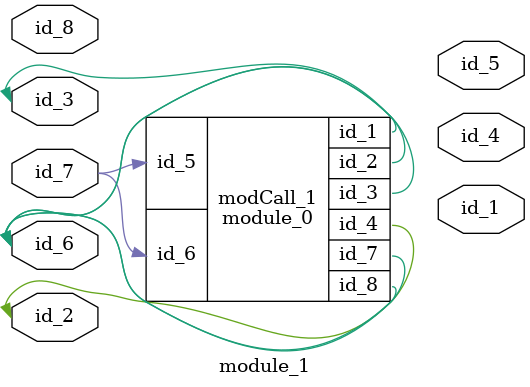
<source format=v>
module module_0 (
    id_1,
    id_2,
    id_3,
    id_4,
    id_5,
    id_6,
    id_7,
    id_8
);
  output wire id_8;
  output wire id_7;
  input wire id_6;
  input wire id_5;
  inout wire id_4;
  inout wire id_3;
  output wire id_2;
  inout wire id_1;
endmodule
module module_1 (
    id_1,
    id_2,
    id_3,
    id_4,
    id_5,
    id_6,
    id_7,
    id_8
);
  input wire id_8;
  input wire id_7;
  inout wire id_6;
  output wire id_5;
  output wire id_4;
  inout wire id_3;
  inout wire id_2;
  output wire id_1;
  module_0 modCall_1 (
      id_3,
      id_6,
      id_6,
      id_2,
      id_7,
      id_7,
      id_6,
      id_6
  );
  wire id_9;
endmodule

</source>
